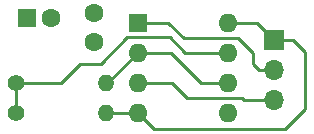
<source format=gbr>
%TF.GenerationSoftware,KiCad,Pcbnew,7.0.10*%
%TF.CreationDate,2024-05-11T20:48:23-04:00*%
%TF.ProjectId,b-clock,622d636c-6f63-46b2-9e6b-696361645f70,rev?*%
%TF.SameCoordinates,Original*%
%TF.FileFunction,Copper,L1,Top*%
%TF.FilePolarity,Positive*%
%FSLAX46Y46*%
G04 Gerber Fmt 4.6, Leading zero omitted, Abs format (unit mm)*
G04 Created by KiCad (PCBNEW 7.0.10) date 2024-05-11 20:48:23*
%MOMM*%
%LPD*%
G01*
G04 APERTURE LIST*
%TA.AperFunction,ComponentPad*%
%ADD10C,1.400000*%
%TD*%
%TA.AperFunction,ComponentPad*%
%ADD11O,1.400000X1.400000*%
%TD*%
%TA.AperFunction,ComponentPad*%
%ADD12R,1.700000X1.700000*%
%TD*%
%TA.AperFunction,ComponentPad*%
%ADD13O,1.700000X1.700000*%
%TD*%
%TA.AperFunction,ComponentPad*%
%ADD14R,1.600000X1.600000*%
%TD*%
%TA.AperFunction,ComponentPad*%
%ADD15C,1.600000*%
%TD*%
%TA.AperFunction,ComponentPad*%
%ADD16O,1.600000X1.600000*%
%TD*%
%TA.AperFunction,Conductor*%
%ADD17C,0.250000*%
%TD*%
G04 APERTURE END LIST*
D10*
%TO.P,R2,1*%
%TO.N,Net-(U1-DIS)*%
X122783600Y-77978000D03*
D11*
%TO.P,R2,2*%
%TO.N,Net-(U1-THR)*%
X130403600Y-77978000D03*
%TD*%
D12*
%TO.P,J1,1,Pin_1*%
%TO.N,5V*%
X144653000Y-74345800D03*
D13*
%TO.P,J1,2,Pin_2*%
%TO.N,GND*%
X144653000Y-76885800D03*
%TO.P,J1,3,Pin_3*%
%TO.N,50Hz*%
X144653000Y-79425800D03*
%TD*%
D14*
%TO.P,C1,1*%
%TO.N,Net-(U1-THR)*%
X123730000Y-72517000D03*
D15*
%TO.P,C1,2*%
%TO.N,GND*%
X125730000Y-72517000D03*
%TD*%
%TO.P,C2,1*%
%TO.N,Net-(U1-CV)*%
X129413000Y-74534400D03*
%TO.P,C2,2*%
%TO.N,GND*%
X129413000Y-72034400D03*
%TD*%
D14*
%TO.P,U1,1,GND*%
%TO.N,GND*%
X133105600Y-72878600D03*
D16*
%TO.P,U1,2,TR*%
%TO.N,Net-(U1-THR)*%
X133105600Y-75418600D03*
%TO.P,U1,3,Q*%
%TO.N,50Hz*%
X133105600Y-77958600D03*
%TO.P,U1,4,R*%
%TO.N,5V*%
X133105600Y-80498600D03*
%TO.P,U1,5,CV*%
%TO.N,Net-(U1-CV)*%
X140725600Y-80498600D03*
%TO.P,U1,6,THR*%
%TO.N,Net-(U1-THR)*%
X140725600Y-77958600D03*
%TO.P,U1,7,DIS*%
%TO.N,Net-(U1-DIS)*%
X140725600Y-75418600D03*
%TO.P,U1,8,VCC*%
%TO.N,5V*%
X140725600Y-72878600D03*
%TD*%
D10*
%TO.P,R1,1*%
%TO.N,Net-(U1-DIS)*%
X122834400Y-80492600D03*
D11*
%TO.P,R1,2*%
%TO.N,5V*%
X130454400Y-80492600D03*
%TD*%
D17*
%TO.N,Net-(U1-THR)*%
X130546200Y-77978000D02*
X130403600Y-77978000D01*
X133105600Y-75418600D02*
X130546200Y-77978000D01*
X135946800Y-75418600D02*
X133105600Y-75418600D01*
X140725600Y-77958600D02*
X138486800Y-77958600D01*
X138486800Y-77958600D02*
X135946800Y-75418600D01*
%TO.N,GND*%
X141630400Y-74168000D02*
X142875000Y-75412600D01*
X136995600Y-74168000D02*
X141630400Y-74168000D01*
X133105600Y-72878600D02*
X135706200Y-72878600D01*
X143383000Y-76885800D02*
X144653000Y-76885800D01*
X142875000Y-75412600D02*
X142875000Y-76377800D01*
X142875000Y-76377800D02*
X143383000Y-76885800D01*
X135706200Y-72878600D02*
X136995600Y-74168000D01*
%TO.N,5V*%
X140725600Y-72878600D02*
X143185800Y-72878600D01*
X146278600Y-74345800D02*
X147294600Y-75361800D01*
X134522000Y-81915000D02*
X145567400Y-81915000D01*
X145567400Y-81915000D02*
X147294600Y-80187800D01*
X133105600Y-80498600D02*
X134522000Y-81915000D01*
X147294600Y-80187800D02*
X147294600Y-75361800D01*
X133105600Y-80498600D02*
X130460400Y-80498600D01*
X143185800Y-72878600D02*
X144653000Y-74345800D01*
X130460400Y-80498600D02*
X130454400Y-80492600D01*
X144653000Y-74345800D02*
X146278600Y-74345800D01*
%TO.N,50Hz*%
X137312400Y-79248000D02*
X141909800Y-79248000D01*
X136023000Y-77958600D02*
X137312400Y-79248000D01*
X142087600Y-79425800D02*
X144653000Y-79425800D01*
X141909800Y-79248000D02*
X142087600Y-79425800D01*
X133105600Y-77958600D02*
X136023000Y-77958600D01*
%TO.N,Net-(U1-DIS)*%
X137140600Y-75418600D02*
X140725600Y-75418600D01*
X132232400Y-74117200D02*
X135839200Y-74117200D01*
X126593600Y-77978000D02*
X128193800Y-76377800D01*
X129971800Y-76377800D02*
X132232400Y-74117200D01*
X128193800Y-76377800D02*
X129971800Y-76377800D01*
X135839200Y-74117200D02*
X137140600Y-75418600D01*
X122834400Y-80492600D02*
X122834400Y-78028800D01*
X122834400Y-78028800D02*
X122783600Y-77978000D01*
X122783600Y-77978000D02*
X126593600Y-77978000D01*
%TD*%
M02*

</source>
